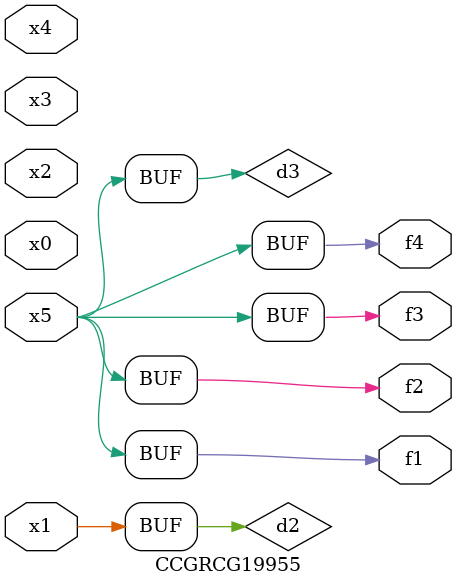
<source format=v>
module CCGRCG19955(
	input x0, x1, x2, x3, x4, x5,
	output f1, f2, f3, f4
);

	wire d1, d2, d3;

	not (d1, x5);
	or (d2, x1);
	xnor (d3, d1);
	assign f1 = d3;
	assign f2 = d3;
	assign f3 = d3;
	assign f4 = d3;
endmodule

</source>
